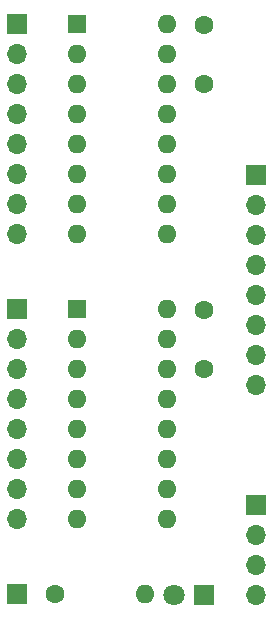
<source format=gbs>
%TF.GenerationSoftware,KiCad,Pcbnew,(6.0.5)*%
%TF.CreationDate,2024-02-04T14:23:38-06:00*%
%TF.ProjectId,i281_mux,69323831-5f6d-4757-982e-6b696361645f,rev?*%
%TF.SameCoordinates,Original*%
%TF.FileFunction,Soldermask,Bot*%
%TF.FilePolarity,Negative*%
%FSLAX46Y46*%
G04 Gerber Fmt 4.6, Leading zero omitted, Abs format (unit mm)*
G04 Created by KiCad (PCBNEW (6.0.5)) date 2024-02-04 14:23:38*
%MOMM*%
%LPD*%
G01*
G04 APERTURE LIST*
%ADD10C,1.600000*%
%ADD11O,1.600000X1.600000*%
%ADD12R,1.700000X1.700000*%
%ADD13O,1.700000X1.700000*%
%ADD14R,1.600000X1.600000*%
%ADD15C,1.800000*%
%ADD16R,1.800000X1.800000*%
G04 APERTURE END LIST*
D10*
X148082000Y-111750000D03*
D11*
X155702000Y-111750000D03*
D12*
X144790000Y-111750000D03*
D10*
X160655000Y-87630000D03*
X160655000Y-92630000D03*
X160655000Y-63500000D03*
X160655000Y-68500000D03*
D12*
X165100000Y-104140000D03*
D13*
X165100000Y-106680000D03*
X165100000Y-109220000D03*
X165100000Y-111760000D03*
X144790000Y-105400000D03*
X144790000Y-102860000D03*
X144790000Y-100320000D03*
X144790000Y-97780000D03*
X144790000Y-95240000D03*
X144790000Y-92700000D03*
X144790000Y-90160000D03*
D12*
X144790000Y-87620000D03*
X165100000Y-76200000D03*
D13*
X165100000Y-78740000D03*
X165100000Y-81280000D03*
X165100000Y-83820000D03*
X165100000Y-86360000D03*
X165100000Y-88900000D03*
X165100000Y-91440000D03*
X165100000Y-93980000D03*
X144790000Y-81270000D03*
X144790000Y-78730000D03*
X144790000Y-76190000D03*
X144790000Y-73650000D03*
X144790000Y-71110000D03*
X144790000Y-68570000D03*
X144790000Y-66030000D03*
D12*
X144790000Y-63490000D03*
D11*
X157490000Y-63490000D03*
X157490000Y-66030000D03*
X157490000Y-68570000D03*
X157490000Y-71110000D03*
X157490000Y-73650000D03*
X157490000Y-76190000D03*
X157490000Y-78730000D03*
X157490000Y-81270000D03*
X149870000Y-81270000D03*
X149870000Y-78730000D03*
X149870000Y-76190000D03*
X149870000Y-73650000D03*
X149870000Y-71110000D03*
X149870000Y-68570000D03*
X149870000Y-66030000D03*
D14*
X149870000Y-63490000D03*
D11*
X157500000Y-87610000D03*
X157500000Y-90150000D03*
X157500000Y-92690000D03*
X157500000Y-95230000D03*
X157500000Y-97770000D03*
X157500000Y-100310000D03*
X157500000Y-102850000D03*
X157500000Y-105390000D03*
X149880000Y-105390000D03*
X149880000Y-102850000D03*
X149880000Y-100310000D03*
X149880000Y-97770000D03*
X149880000Y-95230000D03*
X149880000Y-92690000D03*
X149880000Y-90150000D03*
D14*
X149880000Y-87610000D03*
D15*
X158115000Y-111760000D03*
D16*
X160655000Y-111760000D03*
M02*

</source>
